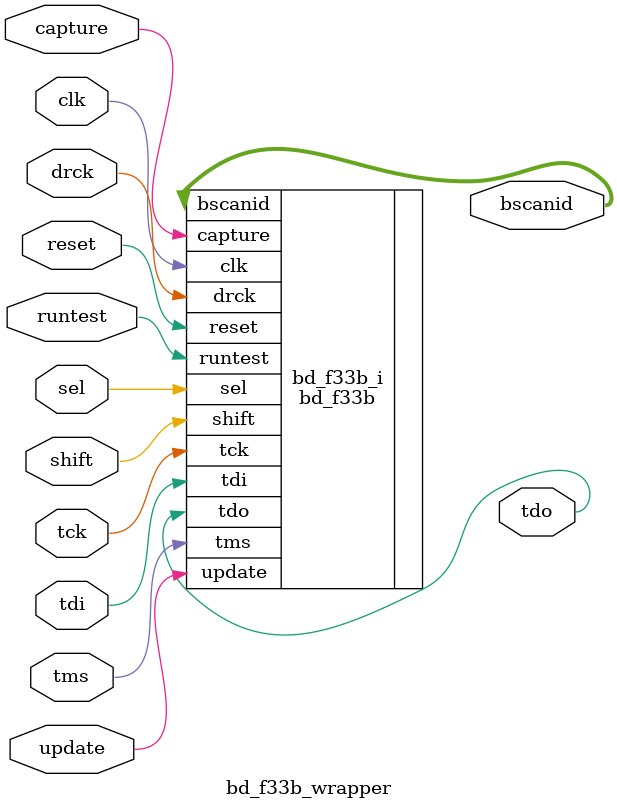
<source format=v>
`timescale 1 ps / 1 ps

module bd_f33b_wrapper
   (bscanid,
    capture,
    clk,
    drck,
    reset,
    runtest,
    sel,
    shift,
    tck,
    tdi,
    tdo,
    tms,
    update);
  output [31:0]bscanid;
  input capture;
  input clk;
  input drck;
  input reset;
  input runtest;
  input sel;
  input shift;
  input tck;
  input tdi;
  output tdo;
  input tms;
  input update;

  wire [31:0]bscanid;
  wire capture;
  wire clk;
  wire drck;
  wire reset;
  wire runtest;
  wire sel;
  wire shift;
  wire tck;
  wire tdi;
  wire tdo;
  wire tms;
  wire update;

  bd_f33b bd_f33b_i
       (.bscanid(bscanid),
        .capture(capture),
        .clk(clk),
        .drck(drck),
        .reset(reset),
        .runtest(runtest),
        .sel(sel),
        .shift(shift),
        .tck(tck),
        .tdi(tdi),
        .tdo(tdo),
        .tms(tms),
        .update(update));
endmodule

</source>
